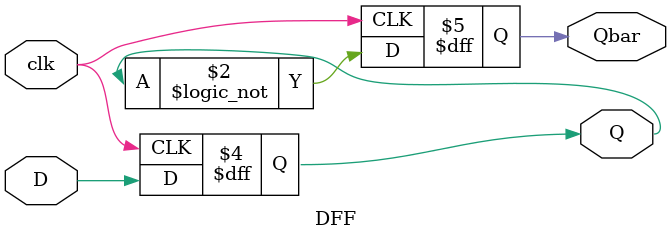
<source format=v>
`timescale 1ns / 1ps


module DFF(
input clk,
input D,
output reg Q,
output reg Qbar
    );
    initial 
    begin
    Q = 0;
    Qbar = 1;
    end
always@(posedge clk)
begin
Q<=D;
Qbar<=!Q;    
end
endmodule

</source>
